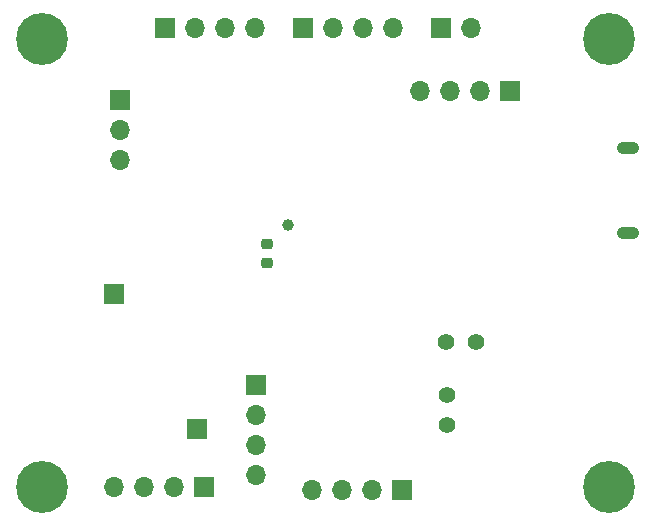
<source format=gbr>
%TF.GenerationSoftware,KiCad,Pcbnew,7.0.2*%
%TF.CreationDate,2024-09-03T13:40:22+05:30*%
%TF.ProjectId,EPS_ControlUnit,4550535f-436f-46e7-9472-6f6c556e6974,rev?*%
%TF.SameCoordinates,Original*%
%TF.FileFunction,Soldermask,Bot*%
%TF.FilePolarity,Negative*%
%FSLAX46Y46*%
G04 Gerber Fmt 4.6, Leading zero omitted, Abs format (unit mm)*
G04 Created by KiCad (PCBNEW 7.0.2) date 2024-09-03 13:40:22*
%MOMM*%
%LPD*%
G01*
G04 APERTURE LIST*
G04 Aperture macros list*
%AMRoundRect*
0 Rectangle with rounded corners*
0 $1 Rounding radius*
0 $2 $3 $4 $5 $6 $7 $8 $9 X,Y pos of 4 corners*
0 Add a 4 corners polygon primitive as box body*
4,1,4,$2,$3,$4,$5,$6,$7,$8,$9,$2,$3,0*
0 Add four circle primitives for the rounded corners*
1,1,$1+$1,$2,$3*
1,1,$1+$1,$4,$5*
1,1,$1+$1,$6,$7*
1,1,$1+$1,$8,$9*
0 Add four rect primitives between the rounded corners*
20,1,$1+$1,$2,$3,$4,$5,0*
20,1,$1+$1,$4,$5,$6,$7,0*
20,1,$1+$1,$6,$7,$8,$9,0*
20,1,$1+$1,$8,$9,$2,$3,0*%
G04 Aperture macros list end*
%ADD10R,1.700000X1.700000*%
%ADD11O,1.900000X1.050000*%
%ADD12O,1.700000X1.700000*%
%ADD13C,4.400000*%
%ADD14C,1.400000*%
%ADD15C,1.000000*%
%ADD16RoundRect,0.225000X-0.250000X0.225000X-0.250000X-0.225000X0.250000X-0.225000X0.250000X0.225000X0*%
G04 APERTURE END LIST*
D10*
%TO.C,J10*%
X129540000Y-106680000D03*
%TD*%
%TO.C,J9*%
X122555000Y-95250000D03*
%TD*%
D11*
%TO.C,J2*%
X166055000Y-90063000D03*
X166055000Y-82913000D03*
%TD*%
D10*
%TO.C,J8*%
X134559000Y-102998000D03*
D12*
X134559000Y-105538000D03*
X134559000Y-108078000D03*
X134559000Y-110618000D03*
%TD*%
D10*
%TO.C,J4*%
X138496000Y-72772000D03*
D12*
X141036000Y-72772000D03*
X143576000Y-72772000D03*
X146116000Y-72772000D03*
%TD*%
D10*
%TO.C,J6*%
X130114000Y-111634000D03*
D12*
X127574000Y-111634000D03*
X125034000Y-111634000D03*
X122494000Y-111634000D03*
%TD*%
D10*
%TO.C,J7*%
X150200000Y-72747000D03*
D12*
X152740000Y-72747000D03*
%TD*%
D10*
%TO.C,J1*%
X156022000Y-78106000D03*
D12*
X153482000Y-78106000D03*
X150942000Y-78106000D03*
X148402000Y-78106000D03*
%TD*%
D13*
%TO.C,H2*%
X164398000Y-73634000D03*
%TD*%
D10*
%TO.C,J5*%
X146878000Y-111888000D03*
D12*
X144338000Y-111888000D03*
X141798000Y-111888000D03*
X139258000Y-111888000D03*
%TD*%
D10*
%TO.C,J3*%
X126812000Y-72747000D03*
D12*
X129352000Y-72747000D03*
X131892000Y-72747000D03*
X134432000Y-72747000D03*
%TD*%
D10*
%TO.C,SW1*%
X123002000Y-78868000D03*
D12*
X123002000Y-81408000D03*
X123002000Y-83948000D03*
%TD*%
D13*
%TO.C,H4*%
X116398000Y-111634000D03*
%TD*%
D14*
%TO.C,WD_EN*%
X153208000Y-99319998D03*
X150668000Y-99319998D03*
%TD*%
D13*
%TO.C,H3*%
X164398000Y-111634000D03*
%TD*%
%TO.C,H1*%
X116398000Y-73634000D03*
%TD*%
D14*
%TO.C,LDO_EN*%
X150688000Y-103780000D03*
X150688000Y-106320000D03*
%TD*%
D15*
%TO.C,TP9*%
X137226000Y-89409000D03*
%TD*%
D16*
%TO.C,C3*%
X135448000Y-91060000D03*
X135448000Y-92610000D03*
%TD*%
M02*

</source>
